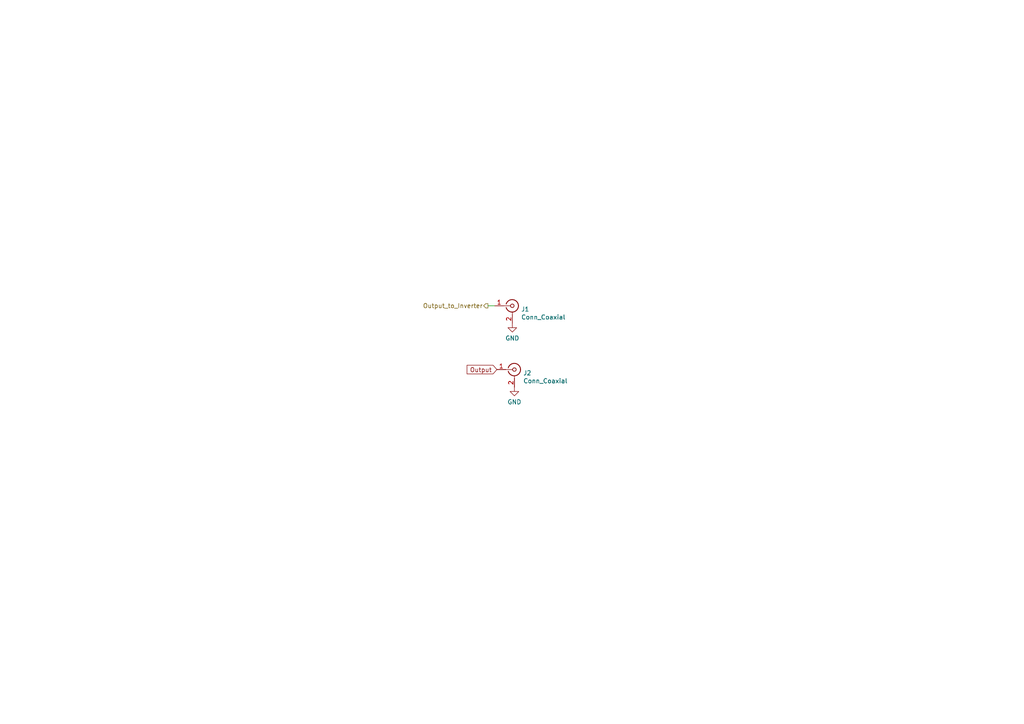
<source format=kicad_sch>
(kicad_sch (version 20210606) (generator eeschema)
  (paper "A4")
  (lib_symbols
    (symbol "Connector:Conn_Coaxial" (pin_names (offset 1.016) hide)
      (property "Reference" "J" (at 0.254 3.048 0))
      (property "Value" "Conn_Coaxial" (at 2.921 0 90))
      (symbol "Conn_Coaxial_0_1"
        (arc (start -1.778 0.508) (end 1.778 0) (radius (at -0.0508 0) (length 1.8034) (angles 163.6 0)) (stroke (width 0.254)))
        (arc (start 1.778 0) (end -1.778 -0.508) (radius (at -0.0254 0) (length 1.8034) (angles 0 -163.8)) (stroke (width 0.254)))
        (circle (center 0 0) (radius 0.508) (stroke (width 0.2032)))
        (polyline (pts (xy -2.54 0) (xy -0.508 0)))
        (polyline (pts (xy 0 -2.54) (xy 0 -1.778)))
      )
      (symbol "Conn_Coaxial_1_1"
        (pin passive line (at -5.08 0 0) (length 2.54) (name "In") (number "1"))
        (pin passive line (at 0 -5.08 90) (length 2.54) (name "Ext") (number "2"))
      )
    )
    (symbol "power:GND" (power) (pin_names (offset 0))
      (property "Value" "GND" (at 0 -3.81 0))
      (symbol "GND_0_1"
        (polyline (pts (xy 0 0) (xy 0 -1.27) (xy 1.27 -1.27) (xy 0 -2.54) (xy -1.27 -1.27) (xy 0 -1.27)))
      )
      (symbol "GND_1_1"
        (pin power_in line (at 0 0 270) (length 0) hide (name "GND") (number "1"))
      )
    )
  )
  (wire (pts (xy 141.5288 88.6968) (xy 143.51 88.6968)))
  (global_label "Output" (shape input) (at 144.1196 107.188 180) (property "Intersheet References" "${INTERSHEET_REFS}" (effects hide)))
  (hierarchical_label "Output_to_Inverter" (shape output) (at 141.5288 88.6968 180))
  (symbol (lib_id "power:GND") (at 148.59 93.7768 0) (unit 1)
    (property "Reference" "#PWR01" (effects hide))
    (property "Value" "GND" (at 148.59 98.1012 0))
  )
  (symbol (lib_id "power:GND") (at 149.1996 112.268 0) (unit 1)
    (property "Reference" "#PWR02" (effects hide))
    (property "Value" "GND" (at 149.1996 116.5924 0))
  )
  (symbol (lib_id "Connector:Conn_Coaxial") (at 148.59 88.6968 0) (unit 1)
    (property "Reference" "J1" (at 151.1301 89.7012 0) (effects (justify left)))
    (property "Value" "Conn_Coaxial" (at 151.1301 91.9999 0) (effects (justify left)))
    (property "Footprint" "Connector_Coaxial:031543110RFX" (effects hide))
    (property "Datasheet" " ~" (effects hide))
  )
  (symbol (lib_id "Connector:Conn_Coaxial") (at 149.1996 107.188 0) (unit 1)
    (property "Reference" "J2" (at 151.7397 108.1924 0) (effects (justify left)))
    (property "Value" "Conn_Coaxial" (at 151.7397 110.4911 0) (effects (justify left)))
    (property "Footprint" "Connector_Coaxial:031543110RFX" (effects hide))
    (property "Datasheet" " ~" (effects hide))
  )
)
</source>
